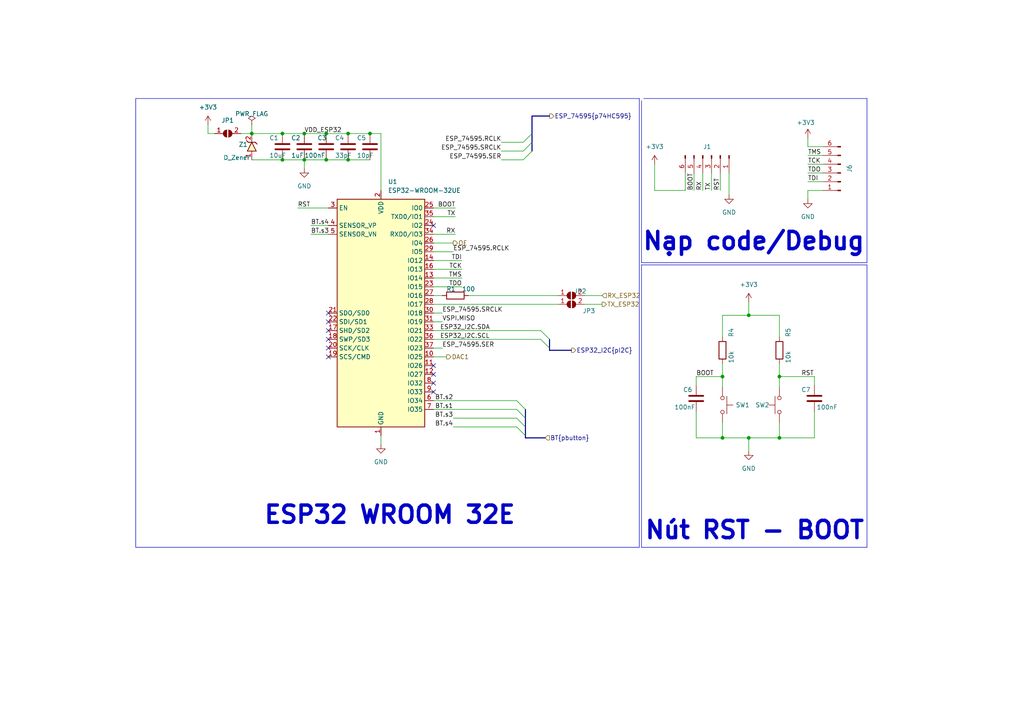
<source format=kicad_sch>
(kicad_sch (version 20230121) (generator eeschema)
  (paper "A4")
  (lib_symbols
    (symbol "+3V3_1" (power) (pin_names (offset 0))
      (property "Value" "+3V3_1" (at 0 3.556 0))
      (symbol "+3V3_1_0_1"
        (polyline (pts (xy -0.762 1.27) (xy 0 2.54)))
        (polyline (pts (xy 0 0) (xy 0 2.54)))
        (polyline (pts (xy 0 2.54) (xy 0.762 1.27)))
      )
      (symbol "+3V3_1_1_1"
        (pin power_in line (at 0 0 90) (length 0) hide (name "+3V3") (number "1"))
      )
    )
    (symbol "+3V3_2" (power) (pin_names (offset 0))
      (property "Value" "+3V3_2" (at 0 3.556 0))
      (symbol "+3V3_2_0_1"
        (polyline (pts (xy -0.762 1.27) (xy 0 2.54)))
        (polyline (pts (xy 0 0) (xy 0 2.54)))
        (polyline (pts (xy 0 2.54) (xy 0.762 1.27)))
      )
      (symbol "+3V3_2_1_1"
        (pin power_in line (at 0 0 90) (length 0) hide (name "+3V3") (number "1"))
      )
    )
    (symbol "+3V3_3" (power) (pin_names (offset 0))
      (property "Value" "+3V3_3" (at 0 3.556 0))
      (symbol "+3V3_3_0_1"
        (polyline (pts (xy -0.762 1.27) (xy 0 2.54)))
        (polyline (pts (xy 0 0) (xy 0 2.54)))
        (polyline (pts (xy 0 2.54) (xy 0.762 1.27)))
      )
      (symbol "+3V3_3_1_1"
        (pin power_in line (at 0 0 90) (length 0) hide (name "+3V3") (number "1"))
      )
    )
    (symbol "Connector:Conn_01x06_Male" (pin_names (offset 1.016) hide)
      (property "Reference" "J" (at 0 7.62 0))
      (property "Value" "Conn_01x06_Male" (at 0 -10.16 0))
      (symbol "Conn_01x06_Male_1_1"
        (polyline (pts (xy 1.27 -7.62) (xy 0.8636 -7.62)) (stroke (width 0.1524)))
        (polyline (pts (xy 1.27 -5.08) (xy 0.8636 -5.08)) (stroke (width 0.1524)))
        (polyline (pts (xy 1.27 -2.54) (xy 0.8636 -2.54)) (stroke (width 0.1524)))
        (polyline (pts (xy 1.27 0) (xy 0.8636 0)) (stroke (width 0.1524)))
        (polyline (pts (xy 1.27 2.54) (xy 0.8636 2.54)) (stroke (width 0.1524)))
        (polyline (pts (xy 1.27 5.08) (xy 0.8636 5.08)) (stroke (width 0.1524)))
        (rectangle (start 0.8636 -7.493) (end 0 -7.747) (stroke (width 0.1524)) (fill (type outline)))
        (rectangle (start 0.8636 -4.953) (end 0 -5.207) (stroke (width 0.1524)) (fill (type outline)))
        (rectangle (start 0.8636 -2.413) (end 0 -2.667) (stroke (width 0.1524)) (fill (type outline)))
        (rectangle (start 0.8636 0.127) (end 0 -0.127) (stroke (width 0.1524)) (fill (type outline)))
        (rectangle (start 0.8636 2.667) (end 0 2.413) (stroke (width 0.1524)) (fill (type outline)))
        (rectangle (start 0.8636 5.207) (end 0 4.953) (stroke (width 0.1524)) (fill (type outline)))
        (pin passive line (at 5.08 5.08 180) (length 3.81) (name "Pin_1") (number "1"))
        (pin passive line (at 5.08 2.54 180) (length 3.81) (name "Pin_2") (number "2"))
        (pin passive line (at 5.08 0 180) (length 3.81) (name "Pin_3") (number "3"))
        (pin passive line (at 5.08 -2.54 180) (length 3.81) (name "Pin_4") (number "4"))
        (pin passive line (at 5.08 -5.08 180) (length 3.81) (name "Pin_5") (number "5"))
        (pin passive line (at 5.08 -7.62 180) (length 3.81) (name "Pin_6") (number "6"))
      )
    )
    (symbol "Device:C" (pin_numbers hide) (pin_names (offset 0.254))
      (property "Reference" "C" (at 0.635 2.54 0))
      (property "Value" "C" (at 0.635 -2.54 0))
      (symbol "C_0_1"
        (polyline (pts (xy -2.032 -0.762) (xy 2.032 -0.762)) (stroke (width 0.508)))
        (polyline (pts (xy -2.032 0.762) (xy 2.032 0.762)) (stroke (width 0.508)))
      )
      (symbol "C_1_1"
        (pin passive line (at 0 3.81 270) (length 2.794) (name "~") (number "1"))
        (pin passive line (at 0 -3.81 90) (length 2.794) (name "~") (number "2"))
      )
    )
    (symbol "Device:R" (pin_numbers hide) (pin_names (offset 0))
      (property "Reference" "R" (at 2.032 0 90))
      (property "Value" "R" (at 0 0 90))
      (symbol "R_0_1"
        (rectangle (start -1.016 -2.54) (end 1.016 2.54) (stroke (width 0.254)))
      )
      (symbol "R_1_1"
        (pin passive line (at 0 3.81 270) (length 1.27) (name "~") (number "1"))
        (pin passive line (at 0 -3.81 90) (length 1.27) (name "~") (number "2"))
      )
    )
    (symbol "GND_1" (power) (pin_names (offset 0))
      (property "Value" "GND_1" (at 0 -3.81 0))
      (symbol "GND_1_0_1"
        (polyline (pts (xy 0 0) (xy 0 -1.27) (xy 1.27 -1.27) (xy 0 -2.54) (xy -1.27 -1.27) (xy 0 -1.27)))
      )
      (symbol "GND_1_1_1"
        (pin power_in line (at 0 0 270) (length 0) hide (name "GND") (number "1"))
      )
    )
    (symbol "GND_2" (power) (pin_names (offset 0))
      (property "Value" "GND_2" (at 0 -3.81 0))
      (symbol "GND_2_0_1"
        (polyline (pts (xy 0 0) (xy 0 -1.27) (xy 1.27 -1.27) (xy 0 -2.54) (xy -1.27 -1.27) (xy 0 -1.27)))
      )
      (symbol "GND_2_1_1"
        (pin power_in line (at 0 0 270) (length 0) hide (name "GND") (number "1"))
      )
    )
    (symbol "GND_3" (power) (pin_names (offset 0))
      (property "Value" "GND_3" (at 0 -3.81 0))
      (symbol "GND_3_0_1"
        (polyline (pts (xy 0 0) (xy 0 -1.27) (xy 1.27 -1.27) (xy 0 -2.54) (xy -1.27 -1.27) (xy 0 -1.27)))
      )
      (symbol "GND_3_1_1"
        (pin power_in line (at 0 0 270) (length 0) hide (name "GND") (number "1"))
      )
    )
    (symbol "GND_4" (power) (pin_names (offset 0))
      (property "Value" "GND_4" (at 0 -3.81 0))
      (symbol "GND_4_0_1"
        (polyline (pts (xy 0 0) (xy 0 -1.27) (xy 1.27 -1.27) (xy 0 -2.54) (xy -1.27 -1.27) (xy 0 -1.27)))
      )
      (symbol "GND_4_1_1"
        (pin power_in line (at 0 0 270) (length 0) hide (name "GND") (number "1"))
      )
    )
    (symbol "IVS_SYMBOLS:D_Zener"
      (property "Reference" "Z" (at 0 3.81 0))
      (property "Value" "D_Zener" (at 0 -3.302 0))
      (symbol "D_Zener_0_1"
        (polyline (pts (xy 0 -1.016) (xy -0.508 -1.524)) (stroke (width 0.254)))
        (polyline (pts (xy 0 1.016) (xy 0 -1.016)) (stroke (width 0.254)))
        (polyline (pts (xy 0 1.016) (xy 0.508 1.524)) (stroke (width 0.254)))
        (polyline (pts (xy 2.54 1.27) (xy 2.54 -1.27) (xy 0 0) (xy 2.54 1.27)) (stroke (width 0.254)) (fill (type background)))
      )
      (symbol "D_Zener_1_1"
        (pin passive line (at 5.08 0 180) (length 2.54) (name "") (number "1"))
        (pin passive line (at -2.54 0 0) (length 2.54) (name "") (number "2"))
      )
    )
    (symbol "Jumper:SolderJumper_2_Open" (pin_names (offset 0) hide)
      (property "Reference" "JP" (at 0 2.032 0))
      (property "Value" "SolderJumper_2_Open" (at 0 -2.54 0))
      (symbol "SolderJumper_2_Open_0_1"
        (arc (start -0.254 1.016) (mid -1.2656 0) (end -0.254 -1.016))
        (arc (start -0.254 1.016) (mid -1.2656 0) (end -0.254 -1.016) (fill (type outline)))
        (polyline (pts (xy -0.254 1.016) (xy -0.254 -1.016)))
        (polyline (pts (xy 0.254 1.016) (xy 0.254 -1.016)))
        (arc (start 0.254 -1.016) (mid 1.2656 0) (end 0.254 1.016))
        (arc (start 0.254 -1.016) (mid 1.2656 0) (end 0.254 1.016) (fill (type outline)))
      )
      (symbol "SolderJumper_2_Open_1_1"
        (pin passive line (at -3.81 0 0) (length 2.54) (name "A") (number "1"))
        (pin passive line (at 3.81 0 180) (length 2.54) (name "B") (number "2"))
      )
    )
    (symbol "RF_Module:ESP32-WROOM-32D"
      (property "Reference" "U" (at -12.7 34.29 0))
      (property "Value" "ESP32-WROOM-32D" (at 1.27 34.29 0))
      (symbol "ESP32-WROOM-32D_0_1"
        (rectangle (start -12.7 33.02) (end 12.7 -33.02) (stroke (width 0.254)) (fill (type background)))
      )
      (symbol "ESP32-WROOM-32D_1_1"
        (pin power_in line (at 0 -35.56 90) (length 2.54) (name "GND") (number "1"))
        (pin bidirectional line (at 15.24 -12.7 180) (length 2.54) (name "IO25") (number "10"))
        (pin bidirectional line (at 15.24 -15.24 180) (length 2.54) (name "IO26") (number "11"))
        (pin bidirectional line (at 15.24 -17.78 180) (length 2.54) (name "IO27") (number "12"))
        (pin bidirectional line (at 15.24 10.16 180) (length 2.54) (name "IO14") (number "13"))
        (pin bidirectional line (at 15.24 15.24 180) (length 2.54) (name "IO12") (number "14"))
        (pin passive line (at 0 -35.56 90) (length 2.54) hide (name "GND") (number "15"))
        (pin bidirectional line (at 15.24 12.7 180) (length 2.54) (name "IO13") (number "16"))
        (pin bidirectional line (at -15.24 -5.08 0) (length 2.54) (name "SHD/SD2") (number "17"))
        (pin bidirectional line (at -15.24 -7.62 0) (length 2.54) (name "SWP/SD3") (number "18"))
        (pin bidirectional line (at -15.24 -12.7 0) (length 2.54) (name "SCS/CMD") (number "19"))
        (pin power_in line (at 0 35.56 270) (length 2.54) (name "VDD") (number "2"))
        (pin bidirectional line (at -15.24 -10.16 0) (length 2.54) (name "SCK/CLK") (number "20"))
        (pin bidirectional line (at -15.24 0 0) (length 2.54) (name "SDO/SD0") (number "21"))
        (pin bidirectional line (at -15.24 -2.54 0) (length 2.54) (name "SDI/SD1") (number "22"))
        (pin bidirectional line (at 15.24 7.62 180) (length 2.54) (name "IO15") (number "23"))
        (pin bidirectional line (at 15.24 25.4 180) (length 2.54) (name "IO2") (number "24"))
        (pin bidirectional line (at 15.24 30.48 180) (length 2.54) (name "IO0") (number "25"))
        (pin bidirectional line (at 15.24 20.32 180) (length 2.54) (name "IO4") (number "26"))
        (pin bidirectional line (at 15.24 5.08 180) (length 2.54) (name "IO16") (number "27"))
        (pin bidirectional line (at 15.24 2.54 180) (length 2.54) (name "IO17") (number "28"))
        (pin bidirectional line (at 15.24 17.78 180) (length 2.54) (name "IO5") (number "29"))
        (pin input line (at -15.24 30.48 0) (length 2.54) (name "EN") (number "3"))
        (pin bidirectional line (at 15.24 0 180) (length 2.54) (name "IO18") (number "30"))
        (pin bidirectional line (at 15.24 -2.54 180) (length 2.54) (name "IO19") (number "31"))
        (pin no_connect line (at -12.7 -27.94 0) (length 2.54) hide (name "NC") (number "32"))
        (pin bidirectional line (at 15.24 -5.08 180) (length 2.54) (name "IO21") (number "33"))
        (pin bidirectional line (at 15.24 22.86 180) (length 2.54) (name "RXD0/IO3") (number "34"))
        (pin bidirectional line (at 15.24 27.94 180) (length 2.54) (name "TXD0/IO1") (number "35"))
        (pin bidirectional line (at 15.24 -7.62 180) (length 2.54) (name "IO22") (number "36"))
        (pin bidirectional line (at 15.24 -10.16 180) (length 2.54) (name "IO23") (number "37"))
        (pin passive line (at 0 -35.56 90) (length 2.54) hide (name "GND") (number "38"))
        (pin passive line (at 0 -35.56 90) (length 2.54) hide (name "GND") (number "39"))
        (pin input line (at -15.24 25.4 0) (length 2.54) (name "SENSOR_VP") (number "4"))
        (pin input line (at -15.24 22.86 0) (length 2.54) (name "SENSOR_VN") (number "5"))
        (pin input line (at 15.24 -25.4 180) (length 2.54) (name "IO34") (number "6"))
        (pin input line (at 15.24 -27.94 180) (length 2.54) (name "IO35") (number "7"))
        (pin bidirectional line (at 15.24 -20.32 180) (length 2.54) (name "IO32") (number "8"))
        (pin bidirectional line (at 15.24 -22.86 180) (length 2.54) (name "IO33") (number "9"))
      )
    )
    (symbol "Switch:SW_Push" (pin_numbers hide) (pin_names (offset 1.016) hide)
      (property "Reference" "SW" (at 1.27 2.54 0))
      (property "Value" "SW_Push" (at 0 -1.524 0))
      (symbol "SW_Push_0_1"
        (circle (center -2.032 0) (radius 0.508))
        (polyline (pts (xy 0 1.27) (xy 0 3.048)))
        (polyline (pts (xy 2.54 1.27) (xy -2.54 1.27)))
        (circle (center 2.032 0) (radius 0.508))
        (pin passive line (at -5.08 0 0) (length 2.54) (name "1") (number "1"))
        (pin passive line (at 5.08 0 180) (length 2.54) (name "2") (number "2"))
      )
    )
    (symbol "power:+3V3" (power) (pin_names (offset 0))
      (property "Value" "+3V3" (at 0 3.556 0))
      (symbol "+3V3_0_1"
        (polyline (pts (xy -0.762 1.27) (xy 0 2.54)))
        (polyline (pts (xy 0 0) (xy 0 2.54)))
        (polyline (pts (xy 0 2.54) (xy 0.762 1.27)))
      )
      (symbol "+3V3_1_1"
        (pin power_in line (at 0 0 90) (length 0) hide (name "+3V3") (number "1"))
      )
    )
    (symbol "power:GND" (power) (pin_names (offset 0))
      (property "Value" "GND" (at 0 -3.81 0))
      (symbol "GND_0_1"
        (polyline (pts (xy 0 0) (xy 0 -1.27) (xy 1.27 -1.27) (xy 0 -2.54) (xy -1.27 -1.27) (xy 0 -1.27)))
      )
      (symbol "GND_1_1"
        (pin power_in line (at 0 0 270) (length 0) hide (name "GND") (number "1"))
      )
    )
    (symbol "power:PWR_FLAG" (power) (pin_numbers hide) (pin_names (offset 0) hide)
      (property "Value" "PWR_FLAG" (at 0 3.81 0))
      (symbol "PWR_FLAG_0_0"
        (pin power_out line (at 0 0 90) (length 0) (name "pwr") (number "1"))
      )
      (symbol "PWR_FLAG_0_1"
        (polyline (pts (xy 0 0) (xy 0 1.27) (xy -1.016 1.905) (xy 0 2.54) (xy 1.016 1.905) (xy 0 1.27)))
      )
    )
  )
  (bus_alias "pbutton" (members "s1" "s2" "s3" "s4"))
  (bus_alias "pI2C" (members "SCL" "SDA"))
  (junction (at 100.965 46.355))
  (junction (at 81.915 46.355))
  (junction (at 73.025 38.735))
  (junction (at 209.55 127))
  (junction (at 226.06 109.22))
  (junction (at 88.265 38.735))
  (junction (at 81.915 38.735))
  (junction (at 209.55 109.22))
  (junction (at 94.615 38.735))
  (junction (at 217.17 127))
  (junction (at 217.17 91.44))
  (junction (at 88.265 46.355))
  (junction (at 94.615 46.355))
  (junction (at 226.06 127))
  (junction (at 100.965 38.735))
  (junction (at 107.315 38.735))
  (no_connect (at 95.25 95.885))
  (no_connect (at 125.73 111.125))
  (no_connect (at 125.73 113.665))
  (no_connect (at 95.25 100.965))
  (no_connect (at 125.73 65.405))
  (no_connect (at 125.73 108.585))
  (no_connect (at 95.25 98.425))
  (no_connect (at 95.25 103.505))
  (no_connect (at 95.25 93.345))
  (no_connect (at 125.73 106.045))
  (no_connect (at 95.25 90.805))
  (bus_entry (at 149.86 116.205) (size 2.54 2.54))
  (bus_entry (at 151.765 43.815) (size 2.54 -2.54))
  (bus_entry (at 151.765 41.275) (size 2.54 -2.54))
  (bus_entry (at 149.86 123.825) (size 2.54 2.54))
  (bus_entry (at 149.86 121.285) (size 2.54 2.54))
  (bus_entry (at 149.86 118.745) (size 2.54 2.54))
  (bus_entry (at 156.845 98.425) (size 2.54 2.54))
  (bus_entry (at 156.845 95.885) (size 2.54 2.54))
  (bus_entry (at 151.765 46.355) (size 2.54 -2.54))
  (polyline (pts (xy 185.42 28.575) (xy 185.42 158.75)))
  (wire (pts (xy 128.27 93.345) (xy 125.73 93.345)))
  (bus (pts (xy 159.385 98.425) (xy 159.385 100.965)))
  (wire (pts (xy 234.315 47.625) (xy 238.76 47.625)))
  (bus (pts (xy 152.4 121.285) (xy 152.4 123.825)))
  (wire (pts (xy 203.835 50.165) (xy 203.835 55.245)))
  (wire (pts (xy 94.615 38.735) (xy 100.965 38.735)))
  (polyline (pts (xy 39.37 158.75) (xy 185.42 158.75)))
  (wire (pts (xy 125.73 88.265) (xy 161.925 88.265)))
  (polyline (pts (xy 185.42 28.575) (xy 39.37 28.575)))
  (wire (pts (xy 73.025 46.355) (xy 81.915 46.355)))
  (wire (pts (xy 94.615 46.355) (xy 100.965 46.355)))
  (wire (pts (xy 125.73 103.505) (xy 129.54 103.505)))
  (wire (pts (xy 145.415 43.815) (xy 151.765 43.815)))
  (wire (pts (xy 125.73 116.205) (xy 149.86 116.205)))
  (wire (pts (xy 201.93 119.38) (xy 201.93 127)))
  (wire (pts (xy 201.93 109.22) (xy 201.93 111.76)))
  (wire (pts (xy 73.025 38.735) (xy 81.915 38.735)))
  (wire (pts (xy 226.06 127) (xy 236.22 127)))
  (wire (pts (xy 73.025 36.195) (xy 73.025 38.735)))
  (wire (pts (xy 238.76 45.085) (xy 234.315 45.085)))
  (wire (pts (xy 206.375 50.165) (xy 206.375 55.245)))
  (polyline (pts (xy 186.055 76.835) (xy 186.055 158.75)))
  (wire (pts (xy 236.22 111.76) (xy 236.22 109.22)))
  (wire (pts (xy 81.915 38.735) (xy 88.265 38.735)))
  (wire (pts (xy 133.985 75.565) (xy 125.73 75.565)))
  (wire (pts (xy 226.06 91.44) (xy 217.17 91.44)))
  (wire (pts (xy 201.93 127) (xy 209.55 127)))
  (wire (pts (xy 125.73 73.025) (xy 131.445 73.025)))
  (polyline (pts (xy 251.46 76.835) (xy 251.46 158.75)))
  (bus (pts (xy 152.4 127) (xy 158.115 127)))
  (bus (pts (xy 152.4 126.365) (xy 152.4 127)))
  (wire (pts (xy 209.55 109.22) (xy 209.55 112.395)))
  (wire (pts (xy 236.22 119.38) (xy 236.22 127)))
  (wire (pts (xy 125.73 70.485) (xy 131.445 70.485)))
  (wire (pts (xy 135.89 85.725) (xy 161.925 85.725)))
  (wire (pts (xy 145.415 41.275) (xy 151.765 41.275)))
  (wire (pts (xy 234.315 40.005) (xy 234.315 42.545)))
  (wire (pts (xy 145.415 46.355) (xy 151.765 46.355)))
  (wire (pts (xy 131.445 121.285) (xy 149.86 121.285)))
  (bus (pts (xy 154.305 41.275) (xy 154.305 38.735)))
  (polyline (pts (xy 186.055 158.75) (xy 251.46 158.75)))
  (wire (pts (xy 128.27 90.805) (xy 125.73 90.805)))
  (wire (pts (xy 90.17 65.405) (xy 95.25 65.405)))
  (wire (pts (xy 234.315 55.245) (xy 234.315 57.785)))
  (wire (pts (xy 217.17 87.63) (xy 217.17 91.44)))
  (wire (pts (xy 217.17 127) (xy 226.06 127)))
  (wire (pts (xy 133.985 83.185) (xy 125.73 83.185)))
  (wire (pts (xy 211.455 50.165) (xy 211.455 56.515)))
  (polyline (pts (xy 186.055 29.21) (xy 186.055 76.2)))
  (bus (pts (xy 152.4 118.745) (xy 152.4 121.285)))
  (polyline (pts (xy 251.46 76.2) (xy 186.055 76.2)))
  (wire (pts (xy 88.265 46.355) (xy 94.615 46.355)))
  (wire (pts (xy 226.06 109.22) (xy 226.06 112.395)))
  (wire (pts (xy 81.915 46.355) (xy 88.265 46.355)))
  (wire (pts (xy 88.265 46.355) (xy 88.265 48.895)))
  (wire (pts (xy 125.73 62.865) (xy 132.08 62.865)))
  (wire (pts (xy 128.27 100.965) (xy 125.73 100.965)))
  (wire (pts (xy 226.06 122.555) (xy 226.06 127)))
  (wire (pts (xy 90.17 67.945) (xy 95.25 67.945)))
  (bus (pts (xy 154.305 33.655) (xy 159.385 33.655)))
  (bus (pts (xy 159.385 100.965) (xy 159.385 101.6)))
  (bus (pts (xy 159.385 101.6) (xy 165.735 101.6)))
  (wire (pts (xy 189.865 55.245) (xy 198.755 55.245)))
  (wire (pts (xy 107.315 38.735) (xy 110.49 38.735)))
  (bus (pts (xy 154.305 38.735) (xy 154.305 33.655)))
  (wire (pts (xy 189.865 47.625) (xy 189.865 55.245)))
  (wire (pts (xy 209.55 105.41) (xy 209.55 109.22)))
  (bus (pts (xy 152.4 123.825) (xy 152.4 126.365)))
  (wire (pts (xy 209.55 122.555) (xy 209.55 127)))
  (wire (pts (xy 198.755 50.165) (xy 198.755 55.245)))
  (wire (pts (xy 234.315 52.705) (xy 238.76 52.705)))
  (wire (pts (xy 201.93 109.22) (xy 209.55 109.22)))
  (wire (pts (xy 100.965 46.355) (xy 107.315 46.355)))
  (wire (pts (xy 125.73 67.945) (xy 132.08 67.945)))
  (polyline (pts (xy 186.055 76.835) (xy 251.46 76.835)))
  (wire (pts (xy 100.965 38.735) (xy 107.315 38.735)))
  (wire (pts (xy 133.985 78.105) (xy 125.73 78.105)))
  (bus (pts (xy 154.305 41.275) (xy 154.305 43.815)))
  (wire (pts (xy 201.295 50.165) (xy 201.295 55.245)))
  (wire (pts (xy 131.445 123.825) (xy 149.86 123.825)))
  (wire (pts (xy 125.73 98.425) (xy 156.845 98.425)))
  (wire (pts (xy 169.545 85.725) (xy 174.625 85.725)))
  (polyline (pts (xy 251.46 28.575) (xy 251.46 76.2)))
  (wire (pts (xy 238.76 42.545) (xy 234.315 42.545)))
  (wire (pts (xy 125.73 95.885) (xy 156.845 95.885)))
  (wire (pts (xy 110.49 126.365) (xy 110.49 128.905)))
  (wire (pts (xy 69.85 38.735) (xy 73.025 38.735)))
  (polyline (pts (xy 39.37 28.575) (xy 39.37 158.75)))
  (wire (pts (xy 226.06 97.79) (xy 226.06 91.44)))
  (wire (pts (xy 234.315 55.245) (xy 238.76 55.245)))
  (wire (pts (xy 110.49 38.735) (xy 110.49 55.245)))
  (wire (pts (xy 226.06 109.22) (xy 236.22 109.22)))
  (wire (pts (xy 226.06 105.41) (xy 226.06 109.22)))
  (wire (pts (xy 125.73 118.745) (xy 149.86 118.745)))
  (wire (pts (xy 169.545 88.265) (xy 174.625 88.265)))
  (polyline (pts (xy 186.69 28.575) (xy 251.46 28.575)))
  (wire (pts (xy 209.55 127) (xy 217.17 127)))
  (wire (pts (xy 60.325 38.735) (xy 62.23 38.735)))
  (wire (pts (xy 128.27 85.725) (xy 125.73 85.725)))
  (wire (pts (xy 217.17 91.44) (xy 209.55 91.44)))
  (wire (pts (xy 209.55 97.79) (xy 209.55 91.44)))
  (wire (pts (xy 60.325 36.195) (xy 60.325 38.735)))
  (wire (pts (xy 133.985 80.645) (xy 125.73 80.645)))
  (wire (pts (xy 208.915 50.165) (xy 208.915 55.245)))
  (wire (pts (xy 234.315 50.165) (xy 238.76 50.165)))
  (wire (pts (xy 217.17 127) (xy 217.17 130.81)))
  (wire (pts (xy 86.36 60.325) (xy 95.25 60.325)))
  (wire (pts (xy 125.73 60.325) (xy 132.08 60.325)))
  (wire (pts (xy 88.265 38.735) (xy 94.615 38.735)))
  (text "ESP32 WROOM 32E" (at 76.2 152.4 0) (effects (font (size 5 5) (thickness 1) bold) (justify left bottom)))
  (text "Nạp code/Debug" (at 186.055 73.025 0) (effects (font (size 5 5) (thickness 1) bold) (justify left bottom)))
  (text "Nút RST - BOOT" (at 186.69 156.845 0) (effects (font (size 5 5) bold) (justify left bottom)))
  (label "ESP_74595.RCLK" (at 131.445 73.025 0))
  (label "ESP_74595.SRCLK" (at 128.27 90.805 0))
  (label "RST" (at 86.36 60.325 0))
  (label "BT.s4" (at 90.17 65.405 0))
  (label "ESP_74595.SER" (at 128.27 100.965 0))
  (label "RST" (at 208.915 55.245 90))
  (label "BOOT" (at 132.08 60.325 180))
  (label "TCK" (at 133.985 78.105 180))
  (label "TDI" (at 133.985 75.565 180))
  (label "TCK" (at 234.315 47.625 0))
  (label "ESP_74595.SRCLK" (at 145.415 43.815 180))
  (label "TDO" (at 234.315 50.165 0))
  (label "VDD_ESP32" (at 88.265 38.735 0))
  (label "TDI" (at 234.315 52.705 0))
  (label "TMS" (at 133.985 80.645 180))
  (label "TDO" (at 133.985 83.185 180))
  (label "BT.s2" (at 131.445 116.205 180))
  (label "ESP_74595.RCLK" (at 145.415 41.275 180))
  (label "ESP32_I2C.SDA" (at 127.635 95.885 0))
  (label "TMS" (at 234.315 45.085 0))
  (label "TX" (at 132.08 62.865 180))
  (label "RX" (at 132.08 67.945 180))
  (label "BOOT" (at 201.93 109.22 0))
  (label "ESP_74595.SER" (at 145.415 46.355 180))
  (label "ESP32_I2C.SCL" (at 127.635 98.425 0))
  (label "TX" (at 206.375 55.245 90))
  (label "RST" (at 232.41 109.22 0))
  (label "BOOT" (at 201.295 55.245 90))
  (label "BT.s1" (at 131.445 118.745 180))
  (label "VSPI.MISO" (at 128.27 93.345 0))
  (label "BT.s3" (at 90.17 67.945 0))
  (label "BT.s4" (at 131.445 123.825 180))
  (label "RX" (at 203.835 55.245 90))
  (label "BT.s3" (at 131.445 121.285 180))
  (hierarchical_label "DAC1" (shape output) (at 129.54 103.505 0))
  (hierarchical_label "OE" (shape output) (at 131.445 70.485 0))
  (hierarchical_label "RX_ESP32" (shape input) (at 174.625 85.725 0))
  (hierarchical_label "ESP32_I2C{pI2C}" (shape output) (at 165.735 101.6 0))
  (hierarchical_label "TX_ESP32" (shape output) (at 174.625 88.265 0))
  (hierarchical_label "BT{pbutton}" (shape input) (at 158.115 127 0))
  (hierarchical_label "ESP_74595{p74HC595}" (shape output) (at 159.385 33.655 0))
  (symbol (lib_id "Device:R") (at 132.08 85.725 90) (unit 1)
    (property "Reference" "R1" (at 130.81 83.82 90))
    (property "Value" "100" (at 135.89 83.82 90))
    (property "Footprint" "IVS_FOOTPRINTS:R_0603" (effects hide))
  )
  (symbol (lib_id "power:+3V3") (at 234.315 40.005 0) (unit 1)
    (property "Reference" "#PWR066" (effects hide))
    (property "Value" "+3V3" (at 233.68 35.56 0))
  )
  (symbol (lib_id "Device:C") (at 201.93 115.57 0) (unit 1)
    (property "Reference" "C6" (at 198.12 113.03 0) (effects (justify left)))
    (property "Value" "100nF" (at 195.58 118.11 0) (effects (justify left)))
    (property "Footprint" "IVS_FOOTPRINTS:C_0603" (effects hide))
  )
  (symbol (lib_name "GND_2") (lib_id "power:GND") (at 217.17 130.81 0) (unit 1)
    (property "Reference" "#PWR07" (effects hide))
    (property "Value" "GND" (at 217.17 135.89 0))
  )
  (symbol (lib_name "+3V3_1") (lib_id "power:+3V3") (at 60.325 36.195 0) (unit 1)
    (property "Reference" "#PWR01" (effects hide))
    (property "Value" "+3V3" (at 60.325 31.115 0))
  )
  (symbol (lib_name "+3V3_2") (lib_id "power:+3V3") (at 217.17 87.63 0) (unit 1)
    (property "Reference" "#PWR06" (effects hide))
    (property "Value" "+3V3" (at 217.17 82.55 0))
  )
  (symbol (lib_id "Device:C") (at 236.22 115.57 0) (unit 1)
    (property "Reference" "C7" (at 232.41 113.03 0) (effects (justify left)))
    (property "Value" "100nF" (at 236.855 118.11 0) (effects (justify left)))
    (property "Footprint" "IVS_FOOTPRINTS:C_0603" (effects hide))
  )
  (symbol (lib_name "+3V3_3") (lib_id "power:+3V3") (at 189.865 47.625 0) (unit 1)
    (property "Reference" "#PWR05" (effects hide))
    (property "Value" "+3V3" (at 189.865 42.545 0))
  )
  (symbol (lib_id "Device:C") (at 88.265 42.545 0) (unit 1)
    (property "Reference" "C2" (at 84.455 40.005 0) (effects (justify left)))
    (property "Value" "1uF" (at 84.455 45.085 0) (effects (justify left)))
    (property "Footprint" "IVS_FOOTPRINTS:C_0603" (effects hide))
  )
  (symbol (lib_id "Device:R") (at 226.06 101.6 0) (unit 1)
    (property "Reference" "R5" (at 228.6 97.79 90) (effects (justify left)))
    (property "Value" "10k" (at 228.6 105.41 90) (effects (justify left)))
    (property "Footprint" "IVS_FOOTPRINTS:R_0603" (effects hide))
  )
  (symbol (lib_id "Device:C") (at 81.915 42.545 0) (unit 1)
    (property "Reference" "C1" (at 78.105 40.005 0) (effects (justify left)))
    (property "Value" "10uF" (at 78.105 45.085 0) (effects (justify left)))
    (property "Footprint" "IVS_FOOTPRINTS:C_0603" (effects hide))
  )
  (symbol (lib_id "Switch:SW_Push") (at 209.55 117.475 270) (unit 1)
    (property "Reference" "SW1" (at 213.36 117.4749 90) (effects (justify left)))
    (property "Value" "SW_Push" (effects hide))
    (property "Footprint" "IVS_FOOTPRINTS:SW_SPST_PTS810" (effects hide))
  )
  (symbol (lib_id "Device:C") (at 100.965 42.545 0) (unit 1)
    (property "Reference" "C4" (at 97.155 40.005 0) (effects (justify left)))
    (property "Value" "33pF" (at 97.155 45.085 0) (effects (justify left)))
    (property "Footprint" "IVS_FOOTPRINTS:C_0603" (effects hide))
  )
  (symbol (lib_id "IVS_SYMBOLS:D_Zener") (at 73.025 41.275 270) (unit 1)
    (property "Reference" "Z1" (at 69.215 41.91 90) (effects (justify left)))
    (property "Value" "D_Zener" (at 64.77 45.72 90) (effects (justify left)))
    (property "Footprint" "IVS_FOOTPRINTS:D_MiniMELF" (effects hide))
  )
  (symbol (lib_name "GND_3") (lib_id "power:GND") (at 88.265 48.895 0) (unit 1)
    (property "Reference" "#PWR02" (effects hide))
    (property "Value" "GND" (at 88.265 53.975 0))
  )
  (symbol (lib_id "power:PWR_FLAG") (at 73.025 36.195 0) (unit 1)
    (property "Reference" "#FLG01" (effects hide))
    (property "Value" "PWR_FLAG" (at 73.025 33.02 0))
  )
  (symbol (lib_id "Jumper:SolderJumper_2_Open") (at 66.04 38.735 0) (unit 1) (in_bom no)
    (property "Reference" "JP1" (at 66.04 34.925 0))
    (property "Value" " " (effects hide))
    (property "Footprint" "Jumper:SolderJumper-2_P1.3mm_Open_RoundedPad1.0x1.5mm" (effects hide))
  )
  (symbol (lib_name "GND_4") (lib_id "power:GND") (at 234.315 57.785 0) (unit 1)
    (property "Reference" "#PWR086" (effects hide))
    (property "Value" "GND" (at 234.315 62.865 0))
  )
  (symbol (lib_id "Device:R") (at 209.55 101.6 0) (unit 1)
    (property "Reference" "R4" (at 212.09 97.79 90) (effects (justify left)))
    (property "Value" "10k" (at 212.09 105.41 90) (effects (justify left)))
    (property "Footprint" "IVS_FOOTPRINTS:R_0603" (effects hide))
  )
  (symbol (lib_id "Jumper:SolderJumper_2_Open") (at 165.735 85.725 0) (unit 1) (in_bom no)
    (property "Reference" "JP2" (at 168.275 84.455 0))
    (property "Value" " " (effects hide))
    (property "Footprint" "Jumper:SolderJumper-2_P1.3mm_Open_RoundedPad1.0x1.5mm" (effects hide))
  )
  (symbol (lib_id "Connector:Conn_01x06_Male") (at 206.375 45.085 270) (unit 1)
    (property "Reference" "J1" (at 205.105 42.545 90))
    (property "Value" "Conn_01x05_Male" (effects hide))
    (property "Footprint" "Connector_PinHeader_2.54mm:PinHeader_1x06_P2.54mm_Vertical" (effects hide))
  )
  (symbol (lib_id "RF_Module:ESP32-WROOM-32D") (at 110.49 90.805 0) (unit 1)
    (property "Reference" "U1" (at 112.5094 52.705 0) (effects (justify left)))
    (property "Value" "ESP32-WROOM-32UE" (at 112.5094 55.245 0) (effects (justify left)))
    (property "Footprint" "IVS_FOOTPRINTS:ESP32-WROOM-32E" (effects hide))
    (property "Datasheet" "https://www.espressif.com/sites/default/files/documentation/esp32-wroom-32d_esp32-wroom-32u_datasheet_en.pdf" (effects hide))
  )
  (symbol (lib_id "Connector:Conn_01x06_Male") (at 243.84 50.165 180) (unit 1)
    (property "Reference" "J6" (at 246.38 48.895 90))
    (property "Value" "Conn_01x05_Male" (effects hide))
    (property "Footprint" "Connector_PinHeader_2.54mm:PinHeader_1x06_P2.54mm_Vertical" (effects hide))
  )
  (symbol (lib_id "Switch:SW_Push") (at 226.06 117.475 90) (unit 1)
    (property "Reference" "SW2" (at 219.075 117.475 90) (effects (justify right)))
    (property "Value" "SW_Push" (effects hide))
    (property "Footprint" "IVS_FOOTPRINTS:SW_SPST_PTS810" (effects hide))
  )
  (symbol (lib_name "GND_1") (lib_id "power:GND") (at 211.455 56.515 0) (unit 1)
    (property "Reference" "#PWR08" (effects hide))
    (property "Value" "GND" (at 211.455 61.595 0))
  )
  (symbol (lib_id "Jumper:SolderJumper_2_Open") (at 165.735 88.265 0) (unit 1) (in_bom no)
    (property "Reference" "JP3" (at 170.815 90.17 0))
    (property "Value" " " (effects hide))
    (property "Footprint" "Jumper:SolderJumper-2_P1.3mm_Open_RoundedPad1.0x1.5mm" (effects hide))
  )
  (symbol (lib_id "Device:C") (at 94.615 42.545 0) (unit 1)
    (property "Reference" "C3" (at 92.075 40.005 0) (effects (justify left)))
    (property "Value" "100nF" (at 88.265 45.085 0) (effects (justify left)))
    (property "Footprint" "IVS_FOOTPRINTS:C_0603" (effects hide))
  )
  (symbol (lib_id "Device:C") (at 107.315 42.545 0) (unit 1)
    (property "Reference" "C5" (at 103.505 40.005 0) (effects (justify left)))
    (property "Value" "10pF" (at 103.505 45.085 0) (effects (justify left)))
    (property "Footprint" "IVS_FOOTPRINTS:C_0603" (effects hide))
  )
  (symbol (lib_id "power:GND") (at 110.49 128.905 0) (unit 1)
    (property "Reference" "#PWR03" (effects hide))
    (property "Value" "GND" (at 110.49 133.985 0))
  )
)
</source>
